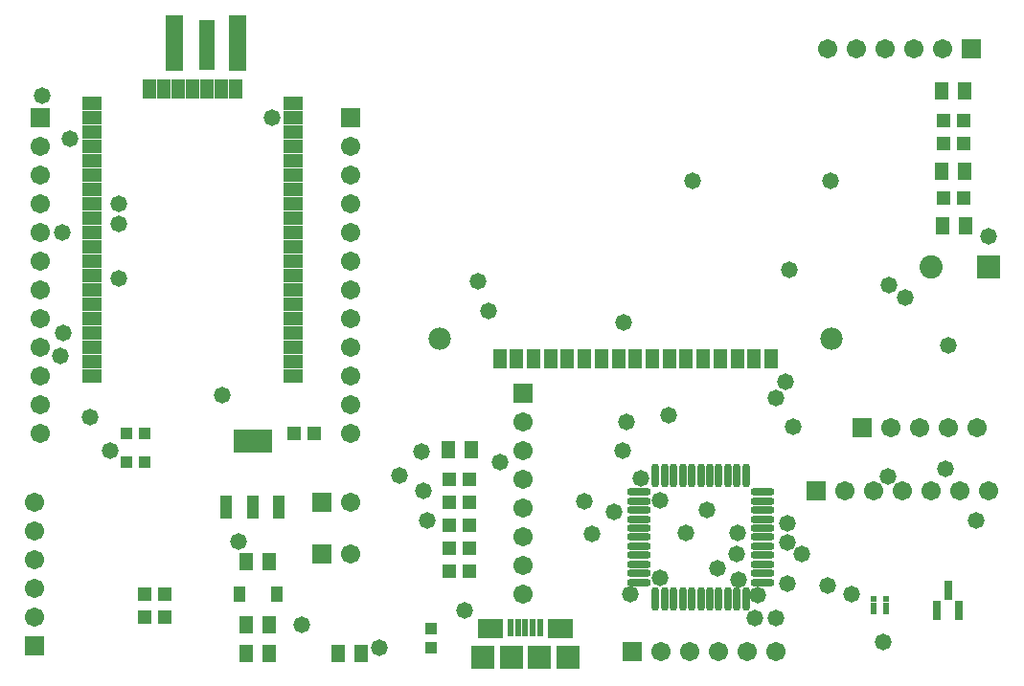
<source format=gts>
%FSLAX44Y44*%
%MOMM*%
G71*
G01*
G75*
G04 Layer_Color=8388736*
%ADD10C,0.3810*%
%ADD11C,0.2540*%
%ADD12C,0.6350*%
%ADD13R,1.2700X4.2000*%
%ADD14R,1.3500X4.7000*%
%ADD15R,2.1000X1.6000*%
%ADD16R,0.4000X1.3500*%
%ADD17R,1.9000X1.9000*%
%ADD18R,1.8000X1.9000*%
%ADD19R,0.9000X1.9000*%
%ADD20R,3.2000X1.9000*%
%ADD21R,1.5240X1.0160*%
%ADD22R,1.0160X1.5240*%
%ADD23R,1.1000X1.0000*%
%ADD24R,0.9100X1.2200*%
%ADD25R,0.8000X0.8000*%
%ADD26R,0.8000X0.8000*%
%ADD27R,1.0000X1.3500*%
%ADD28R,0.3700X0.4300*%
%ADD29R,0.3700X0.3000*%
%ADD30R,0.6000X1.6000*%
%ADD31O,1.9000X0.5500*%
%ADD32O,0.5500X1.9000*%
%ADD33C,1.5000*%
%ADD34R,1.5000X1.5000*%
%ADD35R,1.8500X1.8500*%
%ADD36C,1.8500*%
%ADD37R,1.5000X1.5000*%
%ADD38R,1.0000X1.5240*%
%ADD39C,1.7780*%
%ADD40C,1.2700*%
%ADD41C,0.2500*%
%ADD42C,0.6000*%
%ADD43C,0.2500*%
%ADD44R,0.1000X0.1000*%
%ADD45C,0.0500*%
%ADD46C,0.2000*%
%ADD47C,1.0000*%
%ADD48C,0.0254*%
%ADD49R,1.4732X4.4032*%
%ADD50R,1.5532X4.9032*%
%ADD51R,2.3032X1.8032*%
%ADD52R,0.6032X1.5532*%
%ADD53R,2.1032X2.1032*%
%ADD54R,2.0032X2.1032*%
%ADD55R,1.1032X2.1032*%
%ADD56R,3.4032X2.1032*%
%ADD57R,1.7240X1.2160*%
%ADD58R,1.2160X1.7240*%
%ADD59R,1.3032X1.2032*%
%ADD60R,1.1132X1.4232*%
%ADD61R,1.0032X1.0032*%
%ADD62R,1.0032X1.0032*%
%ADD63R,1.2032X1.5532*%
%ADD64R,0.5732X0.6332*%
%ADD65R,0.5732X0.5032*%
%ADD66R,0.8032X1.8032*%
%ADD67O,2.1032X0.7532*%
%ADD68O,0.7532X2.1032*%
%ADD69C,1.7032*%
%ADD70R,1.7032X1.7032*%
%ADD71R,2.0532X2.0532*%
%ADD72C,2.0532*%
%ADD73R,1.7032X1.7032*%
%ADD74R,1.2032X1.7272*%
%ADD75C,1.9812*%
%ADD76C,1.4732*%
D49*
X172903Y557300D02*
D03*
D50*
X144653Y558800D02*
D03*
X200253D02*
D03*
D51*
X485560Y40740D02*
D03*
X423560D02*
D03*
D52*
X467560Y41990D02*
D03*
X461060D02*
D03*
X454560D02*
D03*
X448060D02*
D03*
X441560D02*
D03*
D53*
X466560Y15240D02*
D03*
X442560D02*
D03*
D54*
X492560D02*
D03*
X416560D02*
D03*
D55*
X190360Y148300D02*
D03*
X213360D02*
D03*
X236360D02*
D03*
D56*
X213360Y207300D02*
D03*
D57*
X248920Y505460D02*
D03*
Y492760D02*
D03*
Y480060D02*
D03*
Y467360D02*
D03*
Y454660D02*
D03*
Y441960D02*
D03*
Y429460D02*
D03*
Y353260D02*
D03*
Y365960D02*
D03*
Y378660D02*
D03*
Y391360D02*
D03*
Y404060D02*
D03*
Y416760D02*
D03*
Y327760D02*
D03*
Y315060D02*
D03*
Y302360D02*
D03*
Y289660D02*
D03*
Y276960D02*
D03*
Y264260D02*
D03*
Y340460D02*
D03*
X71120D02*
D03*
Y264260D02*
D03*
Y276960D02*
D03*
Y289660D02*
D03*
Y302360D02*
D03*
Y315060D02*
D03*
Y327760D02*
D03*
Y416760D02*
D03*
Y404060D02*
D03*
Y391360D02*
D03*
Y378660D02*
D03*
Y365960D02*
D03*
Y353260D02*
D03*
Y429460D02*
D03*
Y505460D02*
D03*
Y441960D02*
D03*
Y454660D02*
D03*
Y467360D02*
D03*
Y480060D02*
D03*
Y492760D02*
D03*
D58*
X198120Y518160D02*
D03*
X185420D02*
D03*
X172720D02*
D03*
X160020D02*
D03*
X147320D02*
D03*
X134620D02*
D03*
X121920D02*
D03*
D59*
X118500Y71120D02*
D03*
X135500D02*
D03*
X118500Y50800D02*
D03*
X135500D02*
D03*
X841620Y421640D02*
D03*
X824620D02*
D03*
X387740Y91440D02*
D03*
X404740D02*
D03*
X387740Y111760D02*
D03*
X404740D02*
D03*
X387740Y132080D02*
D03*
X404740D02*
D03*
X841620Y490220D02*
D03*
X824620D02*
D03*
X387740Y152400D02*
D03*
X404740D02*
D03*
Y172720D02*
D03*
X387740D02*
D03*
X841620Y469900D02*
D03*
X824620D02*
D03*
X267580Y213360D02*
D03*
X250580D02*
D03*
D60*
X234790Y71120D02*
D03*
X202090D02*
D03*
D61*
X370840Y24140D02*
D03*
Y40640D02*
D03*
D62*
X118100Y213360D02*
D03*
X101600D02*
D03*
X118100Y187960D02*
D03*
X101600D02*
D03*
D63*
X208200Y99930D02*
D03*
X228200D02*
D03*
X208200Y44050D02*
D03*
X228200D02*
D03*
X208200Y18650D02*
D03*
X228200D02*
D03*
X289480D02*
D03*
X309480D02*
D03*
X822880Y516490D02*
D03*
X842880D02*
D03*
X406480Y199790D02*
D03*
X386480D02*
D03*
X822880Y445370D02*
D03*
X842880D02*
D03*
X843360Y397910D02*
D03*
X823360D02*
D03*
D64*
X762000Y55880D02*
D03*
X773300D02*
D03*
X762000Y67130D02*
D03*
X773300D02*
D03*
D65*
X762000Y61480D02*
D03*
X773300D02*
D03*
D66*
X828040Y75040D02*
D03*
X837540Y57040D02*
D03*
X818540D02*
D03*
D67*
X554600Y161920D02*
D03*
Y153920D02*
D03*
Y145920D02*
D03*
Y137920D02*
D03*
Y129920D02*
D03*
Y121920D02*
D03*
Y113920D02*
D03*
Y105920D02*
D03*
Y97920D02*
D03*
Y89920D02*
D03*
Y81920D02*
D03*
X664600D02*
D03*
Y89920D02*
D03*
Y97920D02*
D03*
Y105920D02*
D03*
Y113920D02*
D03*
Y121920D02*
D03*
Y129920D02*
D03*
Y137920D02*
D03*
Y145920D02*
D03*
Y153920D02*
D03*
Y161920D02*
D03*
D68*
X569600Y66920D02*
D03*
X577600D02*
D03*
X585600D02*
D03*
X593600D02*
D03*
X601600D02*
D03*
X609600D02*
D03*
X617600D02*
D03*
X625600D02*
D03*
X633600D02*
D03*
X641600D02*
D03*
X649600D02*
D03*
Y176920D02*
D03*
X641600D02*
D03*
X633600D02*
D03*
X625600D02*
D03*
X617600D02*
D03*
X609600D02*
D03*
X601600D02*
D03*
X593600D02*
D03*
X585600D02*
D03*
X577600D02*
D03*
X569600D02*
D03*
D69*
X25400Y213360D02*
D03*
Y238760D02*
D03*
Y264160D02*
D03*
Y289560D02*
D03*
Y314960D02*
D03*
Y340360D02*
D03*
Y365760D02*
D03*
Y391160D02*
D03*
Y416560D02*
D03*
Y441960D02*
D03*
Y467360D02*
D03*
X863600Y162560D02*
D03*
X838200D02*
D03*
X812800D02*
D03*
X787400D02*
D03*
X736600D02*
D03*
X762000D02*
D03*
X574040Y20320D02*
D03*
X599440D02*
D03*
X624840D02*
D03*
X650240D02*
D03*
X675640D02*
D03*
X452120Y223520D02*
D03*
Y198120D02*
D03*
Y172720D02*
D03*
Y147320D02*
D03*
Y121920D02*
D03*
Y96520D02*
D03*
Y71120D02*
D03*
X20320Y50800D02*
D03*
Y76200D02*
D03*
Y101600D02*
D03*
Y127000D02*
D03*
Y152400D02*
D03*
X299720Y213360D02*
D03*
Y238760D02*
D03*
Y264160D02*
D03*
Y289560D02*
D03*
Y314960D02*
D03*
Y340360D02*
D03*
Y365760D02*
D03*
Y391160D02*
D03*
Y416560D02*
D03*
Y441960D02*
D03*
Y467360D02*
D03*
X853440Y218440D02*
D03*
X828040D02*
D03*
X802640D02*
D03*
X777240D02*
D03*
X822960Y553720D02*
D03*
X797560D02*
D03*
X772160D02*
D03*
X746760D02*
D03*
X721360D02*
D03*
X299720Y152400D02*
D03*
Y106680D02*
D03*
D70*
X25400Y492760D02*
D03*
X452120Y248920D02*
D03*
X20320Y25400D02*
D03*
X299720Y492760D02*
D03*
D71*
X863600Y360680D02*
D03*
D72*
X812800D02*
D03*
D73*
X711200Y162560D02*
D03*
X548640Y20320D02*
D03*
X751840Y218440D02*
D03*
X848360Y553720D02*
D03*
X274320Y152400D02*
D03*
Y106680D02*
D03*
D74*
X431800Y279400D02*
D03*
X446800D02*
D03*
X461800D02*
D03*
X491800D02*
D03*
X476800D02*
D03*
X536800D02*
D03*
X551800D02*
D03*
X521800D02*
D03*
X506800D02*
D03*
X626800D02*
D03*
X641800D02*
D03*
X671800D02*
D03*
X656800D02*
D03*
X596800D02*
D03*
X611800D02*
D03*
X581800D02*
D03*
X566800D02*
D03*
D75*
X378800Y297400D02*
D03*
X724800D02*
D03*
D76*
X686250Y80500D02*
D03*
X698500Y106680D02*
D03*
X743076Y71500D02*
D03*
X828750Y291750D02*
D03*
X45720Y302260D02*
D03*
X43180Y281940D02*
D03*
X685800Y116840D02*
D03*
X676148Y50292D02*
D03*
X721360Y78740D02*
D03*
X596646Y125730D02*
D03*
X362458Y197358D02*
D03*
X368046Y136652D02*
D03*
X45520Y391360D02*
D03*
X541528Y311912D02*
D03*
X659638Y70866D02*
D03*
X641604Y106934D02*
D03*
X547370Y71882D02*
D03*
X342900Y176276D02*
D03*
X573532Y154180D02*
D03*
X513716Y124840D02*
D03*
X676402Y245110D02*
D03*
X684784Y259588D02*
D03*
X691642Y219456D02*
D03*
X826262Y182626D02*
D03*
X852932Y136906D02*
D03*
X624078Y94742D02*
D03*
X657098Y50292D02*
D03*
X573532Y85852D02*
D03*
X325882Y24130D02*
D03*
X186690Y247650D02*
D03*
X52070Y474218D02*
D03*
X27686Y512826D02*
D03*
X230378Y492760D02*
D03*
X556260Y173736D02*
D03*
X364490Y163322D02*
D03*
X615188Y146176D02*
D03*
X789940Y333756D02*
D03*
X95250Y416760D02*
D03*
X432562Y188214D02*
D03*
X774700Y175260D02*
D03*
X642366Y125730D02*
D03*
X686562Y133858D02*
D03*
X543560Y223520D02*
D03*
X540766Y198120D02*
D03*
X643128Y84582D02*
D03*
X533146Y144272D02*
D03*
X95250Y350520D02*
D03*
Y399288D02*
D03*
X257048Y44196D02*
D03*
X400750Y57000D02*
D03*
X87376Y198374D02*
D03*
X581152Y229616D02*
D03*
X200660Y118110D02*
D03*
X771144Y29210D02*
D03*
X863854Y388366D02*
D03*
X602742Y437642D02*
D03*
X724154Y437388D02*
D03*
X422148Y321818D02*
D03*
X413004Y348742D02*
D03*
X776224Y345186D02*
D03*
X688086Y358140D02*
D03*
X70104Y228092D02*
D03*
X506984Y153924D02*
D03*
M02*

</source>
